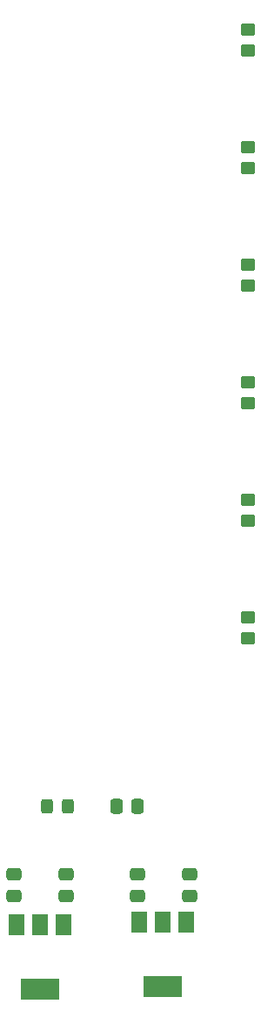
<source format=gbr>
%TF.GenerationSoftware,KiCad,Pcbnew,(7.0.0-0)*%
%TF.CreationDate,2023-11-04T22:02:26-07:00*%
%TF.ProjectId,master_node,6d617374-6572-45f6-9e6f-64652e6b6963,rev?*%
%TF.SameCoordinates,Original*%
%TF.FileFunction,Paste,Top*%
%TF.FilePolarity,Positive*%
%FSLAX46Y46*%
G04 Gerber Fmt 4.6, Leading zero omitted, Abs format (unit mm)*
G04 Created by KiCad (PCBNEW (7.0.0-0)) date 2023-11-04 22:02:26*
%MOMM*%
%LPD*%
G01*
G04 APERTURE LIST*
G04 Aperture macros list*
%AMRoundRect*
0 Rectangle with rounded corners*
0 $1 Rounding radius*
0 $2 $3 $4 $5 $6 $7 $8 $9 X,Y pos of 4 corners*
0 Add a 4 corners polygon primitive as box body*
4,1,4,$2,$3,$4,$5,$6,$7,$8,$9,$2,$3,0*
0 Add four circle primitives for the rounded corners*
1,1,$1+$1,$2,$3*
1,1,$1+$1,$4,$5*
1,1,$1+$1,$6,$7*
1,1,$1+$1,$8,$9*
0 Add four rect primitives between the rounded corners*
20,1,$1+$1,$2,$3,$4,$5,0*
20,1,$1+$1,$4,$5,$6,$7,0*
20,1,$1+$1,$6,$7,$8,$9,0*
20,1,$1+$1,$8,$9,$2,$3,0*%
G04 Aperture macros list end*
%ADD10RoundRect,0.250000X-0.475000X0.337500X-0.475000X-0.337500X0.475000X-0.337500X0.475000X0.337500X0*%
%ADD11R,1.500000X2.000000*%
%ADD12R,3.800000X2.000000*%
%ADD13RoundRect,0.250000X-0.450000X0.350000X-0.450000X-0.350000X0.450000X-0.350000X0.450000X0.350000X0*%
%ADD14RoundRect,0.250000X0.325000X0.450000X-0.325000X0.450000X-0.325000X-0.450000X0.325000X-0.450000X0*%
%ADD15RoundRect,0.250000X0.475000X-0.337500X0.475000X0.337500X-0.475000X0.337500X-0.475000X-0.337500X0*%
%ADD16RoundRect,0.250000X-0.337500X-0.475000X0.337500X-0.475000X0.337500X0.475000X-0.337500X0.475000X0*%
G04 APERTURE END LIST*
D10*
%TO.C,C4*%
X179750000Y-160482500D03*
X179750000Y-162557500D03*
%TD*%
D11*
%TO.C,U2*%
X167444999Y-165354999D03*
X165144999Y-165354999D03*
X162844999Y-165354999D03*
D12*
X165144999Y-171654999D03*
%TD*%
D10*
%TO.C,C2*%
X167685000Y-160482500D03*
X167685000Y-162557500D03*
%TD*%
D13*
%TO.C,R4*%
X185420000Y-101235000D03*
X185420000Y-103235000D03*
%TD*%
D14*
%TO.C,D1*%
X167917500Y-153900000D03*
X165867500Y-153900000D03*
%TD*%
D11*
%TO.C,U3*%
X179424999Y-165102499D03*
X177124999Y-165102499D03*
X174824999Y-165102499D03*
D12*
X177124999Y-171402499D03*
%TD*%
D15*
%TO.C,C1*%
X162605000Y-162557500D03*
X162605000Y-160482500D03*
%TD*%
D13*
%TO.C,R7*%
X185420000Y-112665000D03*
X185420000Y-114665000D03*
%TD*%
%TO.C,R5*%
X185420000Y-89805000D03*
X185420000Y-91805000D03*
%TD*%
%TO.C,R3*%
X185420000Y-124095000D03*
X185420000Y-126095000D03*
%TD*%
D15*
%TO.C,C3*%
X174670000Y-162557500D03*
X174670000Y-160482500D03*
%TD*%
D16*
%TO.C,R1*%
X172595000Y-153900000D03*
X174670000Y-153900000D03*
%TD*%
D13*
%TO.C,R2*%
X185420000Y-78375000D03*
X185420000Y-80375000D03*
%TD*%
%TO.C,R6*%
X185420000Y-135525000D03*
X185420000Y-137525000D03*
%TD*%
M02*

</source>
